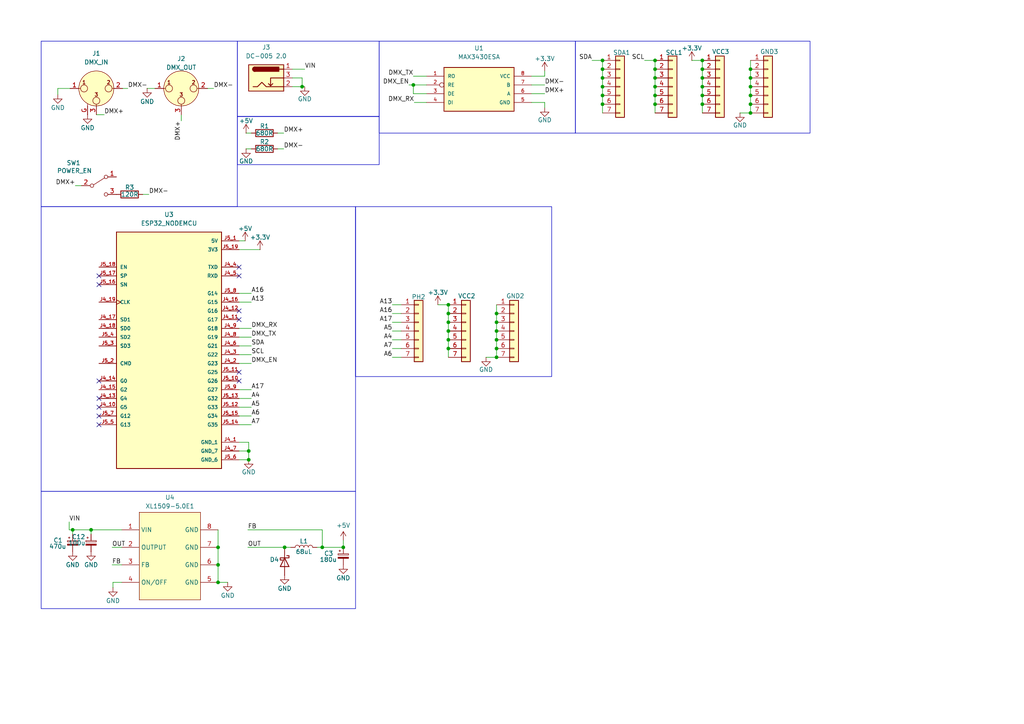
<source format=kicad_sch>
(kicad_sch (version 20250114) (generator "eeschema") (generator_version "9.0")
  (paper "A4")
  (lib_symbols
    (symbol "+5V_1" (power) (pin_numbers (hide yes)) (pin_names (offset 0) (hide yes))
      (property "Value" "+5V" (at 0 3.556 0))
      (symbol "+5V_1_0_1"
        (polyline (pts (xy -0.762 1.27) (xy 0 2.54)))
        (polyline (pts (xy 0 2.54) (xy 0.762 1.27)))
        (polyline (pts (xy 0 0) (xy 0 2.54)))
      )
      (symbol "+5V_1_1_1"
        (pin power_in line (at 0 0 90) (length 0) (name "~") (number "1"))
      )
    )
    (symbol "5V_BUCK:XL1509-5.0E1"
      (property "Reference" "U" (at 0 12.7 0))
      (property "Value" "XL1509-5.0E1" (at 0 -12.7 0))
      (symbol "XL1509-5.0E1_0_1"
        (rectangle (start -8.89 12.7) (end 8.89 -12.7) (fill (type background)))
        (pin unspecified line (at -13.97 7.62 0) (length 5.08) (name "VIN") (number "1"))
        (pin unspecified line (at -13.97 2.54 0) (length 5.08) (name "OUTPUT") (number "2"))
        (pin unspecified line (at -13.97 -2.54 0) (length 5.08) (name "FB") (number "3"))
        (pin unspecified line (at -13.97 -7.62 0) (length 5.08) (name "ON/OFF") (number "4"))
        (pin unspecified line (at 13.97 7.62 180) (length 5.08) (name "GND") (number "8"))
        (pin unspecified line (at 13.97 2.54 180) (length 5.08) (name "GND") (number "7"))
        (pin unspecified line (at 13.97 -2.54 180) (length 5.08) (name "GND") (number "6"))
        (pin unspecified line (at 13.97 -7.62 180) (length 5.08) (name "GND") (number "5"))
      )
    )
    (symbol "Connector:Barrel_Jack_Switch" (pin_names (hide yes))
      (property "Reference" "J" (at 0 5.334 0))
      (property "Value" "Barrel_Jack_Switch" (at 0 -5.08 0))
      (symbol "Barrel_Jack_Switch_0_1"
        (rectangle (start -5.08 3.81) (end 5.08 -3.81) (stroke (width 0.254)) (fill (type background)))
        (polyline (pts (xy -3.81 -2.54) (xy -2.54 -2.54) (xy -1.27 -1.27) (xy 0 -2.54) (xy 2.54 -2.54) (xy 5.08 -2.54)) (stroke (width 0.254)))
        (arc (start -3.302 1.905) (mid -3.9343 2.54) (end -3.302 3.175) (stroke (width 0.254)))
        (arc (start -3.302 1.905) (mid -3.9343 2.54) (end -3.302 3.175) (stroke (width 0.254)) (fill (type outline)))
        (polyline (pts (xy 1.27 -2.286) (xy 1.905 -1.651)) (stroke (width 0.254)))
        (rectangle (start 3.683 3.175) (end -3.302 1.905) (stroke (width 0.254)) (fill (type outline)))
        (polyline (pts (xy 5.08 2.54) (xy 3.81 2.54)) (stroke (width 0.254)))
        (polyline (pts (xy 5.08 0) (xy 1.27 0) (xy 1.27 -2.286) (xy 0.635 -1.651)) (stroke (width 0.254)))
      )
      (symbol "Barrel_Jack_Switch_1_1"
        (pin passive line (at 7.62 2.54 180) (length 2.54) (name "~") (number "1"))
        (pin passive line (at 7.62 0 180) (length 2.54) (name "~") (number "3"))
        (pin passive line (at 7.62 -2.54 180) (length 2.54) (name "~") (number "2"))
      )
    )
    (symbol "Connector_Audio:XLR3" (pin_names (hide yes))
      (property "Reference" "J" (at 0 8.89 0))
      (property "Value" "XLR3" (at 0 6.35 0))
      (symbol "XLR3_0_1"
        (polyline (pts (xy -5.08 0) (xy -4.572 0)))
        (circle (center -3.556 0) (radius 1.016))
        (circle (center 0 0) (radius 5.08) (fill (type background)))
        (circle (center 0 -3.556) (radius 1.016))
        (polyline (pts (xy 0 -5.08) (xy 0 -4.572)))
        (circle (center 3.556 0) (radius 1.016))
        (polyline (pts (xy 5.08 0) (xy 4.572 0)))
        (text "1" (at -3.556 1.778 0) (effects (font (size 1.016 1.016) (bold yes))))
        (text "3" (at 0 -1.778 0) (effects (font (size 1.016 1.016) (bold yes))))
        (text "2" (at 3.556 1.778 0) (effects (font (size 1.016 1.016) (bold yes))))
        (pin passive line (at -7.62 0 0) (length 2.54) (name "~") (number "1"))
        (pin passive line (at 0 -7.62 90) (length 2.54) (name "~") (number "3"))
        (pin passive line (at 7.62 0 180) (length 2.54) (name "~") (number "2"))
      )
    )
    (symbol "Connector_Audio:XLR3_Ground" (pin_names (hide yes))
      (property "Reference" "J" (at 0 8.89 0))
      (property "Value" "XLR3_Ground" (at 0 6.35 0))
      (symbol "XLR3_Ground_0_1"
        (polyline (pts (xy -5.08 0) (xy -4.572 0)))
        (circle (center -3.556 0) (radius 1.016))
        (polyline (pts (xy -2.54 -5.08) (xy -2.54 -4.445)))
        (circle (center 0 0) (radius 5.08) (fill (type background)))
        (circle (center 0 -3.556) (radius 1.016))
        (polyline (pts (xy 0 -5.08) (xy 0 -4.572)))
        (circle (center 3.556 0) (radius 1.016))
        (polyline (pts (xy 5.08 0) (xy 4.572 0)))
        (text "1" (at -3.556 1.778 0) (effects (font (size 1.016 1.016) (bold yes))))
        (text "3" (at 0 -1.778 0) (effects (font (size 1.016 1.016) (bold yes))))
        (text "2" (at 3.556 1.778 0) (effects (font (size 1.016 1.016) (bold yes))))
        (pin passive line (at -7.62 0 0) (length 2.54) (name "~") (number "1"))
        (pin passive line (at 0 -7.62 90) (length 2.54) (name "~") (number "3"))
        (pin passive line (at 7.62 0 180) (length 2.54) (name "~") (number "2"))
      )
      (symbol "XLR3_Ground_1_1"
        (pin passive line (at -2.54 -7.62 90) (length 2.54) (name "~") (number "G"))
      )
    )
    (symbol "Connector_Generic:Conn_01x07" (pin_names (offset 1.016) (hide yes))
      (property "Reference" "J" (at 0 10.16 0))
      (property "Value" "Conn_01x07" (at 0 -10.16 0))
      (symbol "Conn_01x07_1_1"
        (rectangle (start -1.27 8.89) (end 1.27 -8.89) (stroke (width 0.254)) (fill (type background)))
        (rectangle (start -1.27 7.747) (end 0 7.493) (stroke (width 0.1524)))
        (rectangle (start -1.27 5.207) (end 0 4.953) (stroke (width 0.1524)))
        (rectangle (start -1.27 2.667) (end 0 2.413) (stroke (width 0.1524)))
        (rectangle (start -1.27 0.127) (end 0 -0.127) (stroke (width 0.1524)))
        (rectangle (start -1.27 -2.413) (end 0 -2.667) (stroke (width 0.1524)))
        (rectangle (start -1.27 -4.953) (end 0 -5.207) (stroke (width 0.1524)))
        (rectangle (start -1.27 -7.493) (end 0 -7.747) (stroke (width 0.1524)))
        (pin passive line (at -5.08 7.62 0) (length 3.81) (name "Pin_1") (number "1"))
        (pin passive line (at -5.08 5.08 0) (length 3.81) (name "Pin_2") (number "2"))
        (pin passive line (at -5.08 2.54 0) (length 3.81) (name "Pin_3") (number "3"))
        (pin passive line (at -5.08 0 0) (length 3.81) (name "Pin_4") (number "4"))
        (pin passive line (at -5.08 -2.54 0) (length 3.81) (name "Pin_5") (number "5"))
        (pin passive line (at -5.08 -5.08 0) (length 3.81) (name "Pin_6") (number "6"))
        (pin passive line (at -5.08 -7.62 0) (length 3.81) (name "Pin_7") (number "7"))
      )
    )
    (symbol "Device:C_Polarized_Small" (pin_numbers (hide yes)) (pin_names (offset 0.254) (hide yes))
      (property "Reference" "C" (at 0.254 1.778 0))
      (property "Value" "C_Polarized_Small" (at 0.254 -2.032 0))
      (symbol "C_Polarized_Small_0_1"
        (rectangle (start -1.524 0.6858) (end 1.524 0.3048))
        (rectangle (start -1.524 -0.3048) (end 1.524 -0.6858) (fill (type outline)))
        (polyline (pts (xy -1.27 1.524) (xy -0.762 1.524)))
        (polyline (pts (xy -1.016 1.27) (xy -1.016 1.778)))
      )
      (symbol "C_Polarized_Small_1_1"
        (pin passive line (at 0 2.54 270) (length 1.8542) (name "~") (number "1"))
        (pin passive line (at 0 -2.54 90) (length 1.8542) (name "~") (number "2"))
      )
    )
    (symbol "Device:D_Schottky" (pin_numbers (hide yes)) (pin_names (offset 1.016) (hide yes))
      (property "Reference" "D" (at 0 2.54 0))
      (property "Value" "D_Schottky" (at 0 -2.54 0))
      (symbol "D_Schottky_0_1"
        (polyline (pts (xy -1.905 0.635) (xy -1.905 1.27) (xy -1.27 1.27) (xy -1.27 -1.27) (xy -0.635 -1.27) (xy -0.635 -0.635)) (stroke (width 0.254)))
        (polyline (pts (xy 1.27 1.27) (xy 1.27 -1.27) (xy -1.27 0) (xy 1.27 1.27)) (stroke (width 0.254)))
        (polyline (pts (xy 1.27 0) (xy -1.27 0)))
      )
      (symbol "D_Schottky_1_1"
        (pin passive line (at -3.81 0 0) (length 2.54) (name "K") (number "1"))
        (pin passive line (at 3.81 0 180) (length 2.54) (name "A") (number "2"))
      )
    )
    (symbol "Device:L" (pin_numbers (hide yes)) (pin_names (offset 1.016) (hide yes))
      (property "Reference" "L" (at -1.27 0 90))
      (property "Value" "L" (at 1.905 0 90))
      (symbol "L_0_1"
        (arc (start 0 2.54) (mid 0.6323 1.905) (end 0 1.27))
        (arc (start 0 1.27) (mid 0.6323 0.635) (end 0 0))
        (arc (start 0 0) (mid 0.6323 -0.635) (end 0 -1.27))
        (arc (start 0 -1.27) (mid 0.6323 -1.905) (end 0 -2.54))
      )
      (symbol "L_1_1"
        (pin passive line (at 0 3.81 270) (length 1.27) (name "1") (number "1"))
        (pin passive line (at 0 -3.81 90) (length 1.27) (name "2") (number "2"))
      )
    )
    (symbol "Device:R" (pin_numbers (hide yes)) (pin_names (offset 0))
      (property "Reference" "R" (at 2.032 0 90))
      (property "Value" "R" (at 0 0 90))
      (symbol "R_0_1"
        (rectangle (start -1.016 -2.54) (end 1.016 2.54) (stroke (width 0.254)))
      )
      (symbol "R_1_1"
        (pin passive line (at 0 3.81 270) (length 1.27) (name "~") (number "1"))
        (pin passive line (at 0 -3.81 90) (length 1.27) (name "~") (number "2"))
      )
    )
    (symbol "ESP32_NODEMCU:ESP32_NODEMCU" (pin_names (offset 1.016))
      (property "Reference" "U" (at -15.24 36.322 0))
      (property "Value" "ESP32_NODEMCU" (at -15.24 -35.56 0))
      (symbol "ESP32_NODEMCU_0_0"
        (rectangle (start -15.24 -33.02) (end 15.24 35.56) (stroke (width 0.254)) (fill (type background)))
        (pin input line (at -20.32 25.4 0) (length 5.08) (name "EN") (number "J5_18"))
        (pin input line (at -20.32 22.86 0) (length 5.08) (name "SP") (number "J5_17"))
        (pin input line (at -20.32 20.32 0) (length 5.08) (name "SN") (number "J5_16"))
        (pin input clock (at -20.32 15.24 0) (length 5.08) (name "CLK") (number "J4_19"))
        (pin bidirectional line (at -20.32 10.16 0) (length 5.08) (name "SD1") (number "J4_17"))
        (pin bidirectional line (at -20.32 7.62 0) (length 5.08) (name "SD0") (number "J4_18"))
        (pin bidirectional line (at -20.32 5.08 0) (length 5.08) (name "SD2") (number "J5_4"))
        (pin bidirectional line (at -20.32 2.54 0) (length 5.08) (name "SD3") (number "J5_3"))
        (pin bidirectional line (at -20.32 -2.54 0) (length 5.08) (name "CMD") (number "J5_2"))
        (pin bidirectional line (at -20.32 -7.62 0) (length 5.08) (name "G0") (number "J4_14"))
        (pin bidirectional line (at -20.32 -10.16 0) (length 5.08) (name "G2") (number "J4_15"))
        (pin bidirectional line (at -20.32 -12.7 0) (length 5.08) (name "G4") (number "J4_13"))
        (pin bidirectional line (at -20.32 -15.24 0) (length 5.08) (name "G5") (number "J4_10"))
        (pin bidirectional line (at -20.32 -17.78 0) (length 5.08) (name "G12") (number "J5_7"))
        (pin bidirectional line (at -20.32 -20.32 0) (length 5.08) (name "G13") (number "J5_5"))
        (pin power_in line (at 20.32 33.02 180) (length 5.08) (name "5V") (number "J5_1"))
        (pin power_in line (at 20.32 30.48 180) (length 5.08) (name "3V3") (number "J5_19"))
        (pin output line (at 20.32 25.4 180) (length 5.08) (name "TXD") (number "J4_4"))
        (pin input line (at 20.32 22.86 180) (length 5.08) (name "RXD") (number "J4_5"))
        (pin bidirectional line (at 20.32 17.78 180) (length 5.08) (name "G14") (number "J5_8"))
        (pin bidirectional line (at 20.32 15.24 180) (length 5.08) (name "G15") (number "J4_16"))
        (pin bidirectional line (at 20.32 12.7 180) (length 5.08) (name "G16") (number "J4_12"))
        (pin bidirectional line (at 20.32 10.16 180) (length 5.08) (name "G17") (number "J4_11"))
        (pin bidirectional line (at 20.32 7.62 180) (length 5.08) (name "G18") (number "J4_9"))
        (pin bidirectional line (at 20.32 5.08 180) (length 5.08) (name "G19") (number "J4_8"))
        (pin bidirectional line (at 20.32 2.54 180) (length 5.08) (name "G21") (number "J4_6"))
        (pin bidirectional line (at 20.32 0 180) (length 5.08) (name "G22") (number "J4_3"))
        (pin bidirectional line (at 20.32 -2.54 180) (length 5.08) (name "G23") (number "J4_2"))
        (pin bidirectional line (at 20.32 -5.08 180) (length 5.08) (name "G25") (number "J5_11"))
        (pin bidirectional line (at 20.32 -7.62 180) (length 5.08) (name "G26") (number "J5_10"))
        (pin bidirectional line (at 20.32 -10.16 180) (length 5.08) (name "G27") (number "J5_9"))
        (pin bidirectional line (at 20.32 -12.7 180) (length 5.08) (name "G32") (number "J5_13"))
        (pin bidirectional line (at 20.32 -15.24 180) (length 5.08) (name "G33") (number "J5_12"))
        (pin bidirectional line (at 20.32 -17.78 180) (length 5.08) (name "G34") (number "J5_15"))
        (pin bidirectional line (at 20.32 -20.32 180) (length 5.08) (name "G35") (number "J5_14"))
        (pin power_in line (at 20.32 -25.4 180) (length 5.08) (name "GND_1") (number "J4_1"))
        (pin power_in line (at 20.32 -27.94 180) (length 5.08) (name "GND_7") (number "J4_7"))
        (pin power_in line (at 20.32 -30.48 180) (length 5.08) (name "GND_6") (number "J5_6"))
      )
    )
    (symbol "GND_1" (power) (pin_numbers (hide yes)) (pin_names (offset 0) (hide yes))
      (property "Value" "GND" (at 0 -3.81 0))
      (symbol "GND_1_0_1"
        (polyline (pts (xy 0 0) (xy 0 -1.27) (xy 1.27 -1.27) (xy 0 -2.54) (xy -1.27 -1.27) (xy 0 -1.27)))
      )
      (symbol "GND_1_1_1"
        (pin power_in line (at 0 0 270) (length 0) (name "~") (number "1"))
      )
    )
    (symbol "MAX485:MAX485" (pin_names (offset 1.016))
      (property "Reference" "U" (at -10.1786 7.634 0))
      (property "Value" "MAX485" (at -10.1702 -7.6276 0))
      (symbol "MAX485_0_0"
        (rectangle (start -10.16 -5.08) (end 10.16 7.62) (stroke (width 0.254)) (fill (type background)))
        (pin bidirectional line (at -15.24 5.08 0) (length 5.08) (name "RO") (number "1"))
        (pin bidirectional inverted (at -15.24 2.54 0) (length 5.08) (name "RE") (number "2"))
        (pin bidirectional line (at -15.24 0 0) (length 5.08) (name "DE") (number "3"))
        (pin bidirectional line (at -15.24 -2.54 0) (length 5.08) (name "DI") (number "4"))
        (pin bidirectional line (at 15.24 5.08 180) (length 5.08) (name "VCC") (number "8"))
        (pin bidirectional line (at 15.24 2.54 180) (length 5.08) (name "B") (number "7"))
        (pin bidirectional line (at 15.24 0 180) (length 5.08) (name "A") (number "6"))
        (pin bidirectional line (at 15.24 -2.54 180) (length 5.08) (name "GND") (number "5"))
      )
    )
    (symbol "Switch:SW_SPDT" (pin_names (offset 0) (hide yes))
      (property "Reference" "SW" (at 0 4.318 0))
      (property "Value" "SW_SPDT" (at 0 -5.08 0))
      (symbol "SW_SPDT_0_0"
        (circle (center -2.032 0) (radius 0.508))
        (circle (center 2.032 -2.54) (radius 0.508))
      )
      (symbol "SW_SPDT_0_1"
        (polyline (pts (xy -1.524 0.254) (xy 1.651 2.286)))
        (circle (center 2.032 2.54) (radius 0.508))
      )
      (symbol "SW_SPDT_1_1"
        (pin passive line (at -5.08 0 0) (length 2.54) (name "B") (number "2"))
        (pin passive line (at 5.08 2.54 180) (length 2.54) (name "A") (number "1"))
        (pin passive line (at 5.08 -2.54 180) (length 2.54) (name "C") (number "3"))
      )
    )
    (symbol "power:+3.3V" (power) (pin_numbers (hide yes)) (pin_names (offset 0) (hide yes))
      (property "Value" "+3.3V" (at 0 3.556 0))
      (symbol "+3.3V_0_1"
        (polyline (pts (xy -0.762 1.27) (xy 0 2.54)))
        (polyline (pts (xy 0 2.54) (xy 0.762 1.27)))
        (polyline (pts (xy 0 0) (xy 0 2.54)))
      )
      (symbol "+3.3V_1_1"
        (pin power_in line (at 0 0 90) (length 0) (name "~") (number "1"))
      )
    )
    (symbol "power:+5V" (power) (pin_numbers (hide yes)) (pin_names (offset 0) (hide yes))
      (property "Value" "+5V" (at 0 3.556 0))
      (symbol "+5V_0_1"
        (polyline (pts (xy -0.762 1.27) (xy 0 2.54)))
        (polyline (pts (xy 0 2.54) (xy 0.762 1.27)))
        (polyline (pts (xy 0 0) (xy 0 2.54)))
      )
      (symbol "+5V_1_1"
        (pin power_in line (at 0 0 90) (length 0) (name "~") (number "1"))
      )
    )
    (symbol "power:GND" (power) (pin_numbers (hide yes)) (pin_names (offset 0) (hide yes))
      (property "Value" "GND" (at 0 -3.81 0))
      (symbol "GND_0_1"
        (polyline (pts (xy 0 0) (xy 0 -1.27) (xy 1.27 -1.27) (xy 0 -2.54) (xy -1.27 -1.27) (xy 0 -1.27)))
      )
      (symbol "GND_1_1"
        (pin power_in line (at 0 0 270) (length 0) (name "~") (number "1"))
      )
    )
  )
  (rectangle (start 166.878 11.938) (end 234.95 38.608))
  (rectangle (start 11.938 11.938) (end 68.834 59.944))
  (rectangle (start 68.834 33.782) (end 109.982 47.752))
  (rectangle (start 109.982 11.938) (end 166.878 38.608))
  (rectangle (start 68.834 11.938) (end 109.982 33.782))
  (rectangle (start 11.938 59.944) (end 103.124 142.494))
  (rectangle (start 103.124 59.944) (end 160.02 109.22))
  (rectangle (start 11.938 142.494) (end 103.124 176.53))
  (junction (at 63.246 168.91))
  (junction (at 99.568 158.75))
  (junction (at 174.752 20.066))
  (junction (at 130.048 101.092))
  (junction (at 130.048 90.932))
  (junction (at 130.048 93.472))
  (junction (at 217.678 32.766))
  (junction (at 203.708 30.226))
  (junction (at 63.246 158.75))
  (junction (at 217.678 27.686))
  (junction (at 217.678 22.606))
  (junction (at 144.018 103.632))
  (junction (at 189.992 22.606))
  (junction (at 203.708 25.146))
  (junction (at 72.136 130.81))
  (junction (at 174.752 25.146))
  (junction (at 130.048 98.552))
  (junction (at 21.082 153.67))
  (junction (at 130.048 96.012))
  (junction (at 189.992 30.226))
  (junction (at 203.708 22.606))
  (junction (at 174.752 30.226))
  (junction (at 174.752 22.606))
  (junction (at 189.992 25.146))
  (junction (at 87.63 25.146))
  (junction (at 144.018 96.012))
  (junction (at 217.678 25.146))
  (junction (at 93.472 158.75))
  (junction (at 189.992 17.526))
  (junction (at 217.678 20.066))
  (junction (at 203.708 20.066))
  (junction (at 189.992 20.066))
  (junction (at 217.678 30.226))
  (junction (at 203.708 27.686))
  (junction (at 144.018 98.552))
  (junction (at 63.246 163.83))
  (junction (at 144.018 93.472))
  (junction (at 82.55 158.75))
  (junction (at 203.708 17.526))
  (junction (at 119.888 24.638))
  (junction (at 174.752 27.686))
  (junction (at 189.992 27.686))
  (junction (at 174.752 17.526))
  (junction (at 26.416 153.67))
  (junction (at 130.048 88.392))
  (junction (at 72.136 133.35))
  (junction (at 144.018 90.932))
  (junction (at 144.018 101.092))
  (no_connect (at 28.702 123.19))
  (no_connect (at 28.702 80.01))
  (no_connect (at 28.702 82.55))
  (no_connect (at 69.342 80.01))
  (no_connect (at 28.702 110.49))
  (no_connect (at 69.342 107.95))
  (no_connect (at 69.342 92.71))
  (no_connect (at 28.702 115.57))
  (no_connect (at 69.342 90.17))
  (no_connect (at 28.702 118.11))
  (no_connect (at 69.342 77.47))
  (no_connect (at 28.702 120.65))
  (no_connect (at 69.342 110.49))
  (wire (pts (xy 144.018 90.932) (xy 144.018 93.472)))
  (wire (pts (xy 80.518 43.18) (xy 82.296 43.18)))
  (wire (pts (xy 91.948 158.75) (xy 93.472 158.75)))
  (wire (pts (xy 116.332 93.472) (xy 113.792 93.472)))
  (wire (pts (xy 203.708 17.526) (xy 203.708 20.066)))
  (wire (pts (xy 69.342 87.63) (xy 72.898 87.63)))
  (wire (pts (xy 42.672 25.654) (xy 44.958 25.654)))
  (wire (pts (xy 144.018 101.092) (xy 144.018 103.632)))
  (wire (pts (xy 32.512 163.83) (xy 35.306 163.83)))
  (wire (pts (xy 154.178 24.638) (xy 157.988 24.638)))
  (wire (pts (xy 80.518 38.608) (xy 82.296 38.608)))
  (wire (pts (xy 71.882 158.75) (xy 82.55 158.75)))
  (wire (pts (xy 154.178 22.098) (xy 157.988 22.098)))
  (wire (pts (xy 69.342 123.19) (xy 72.898 123.19)))
  (wire (pts (xy 69.342 113.03) (xy 72.898 113.03)))
  (wire (pts (xy 21.082 153.67) (xy 26.416 153.67)))
  (wire (pts (xy 113.792 98.552) (xy 116.332 98.552)))
  (wire (pts (xy 72.136 128.27) (xy 72.136 130.81)))
  (wire (pts (xy 63.246 168.91) (xy 66.04 168.91)))
  (wire (pts (xy 154.178 29.718) (xy 157.988 29.718)))
  (wire (pts (xy 21.082 153.67) (xy 21.082 154.94)))
  (wire (pts (xy 144.018 93.472) (xy 144.018 96.012)))
  (wire (pts (xy 119.888 27.178) (xy 123.698 27.178)))
  (wire (pts (xy 144.018 96.012) (xy 144.018 98.552)))
  (wire (pts (xy 20.066 151.384) (xy 20.066 153.67)))
  (wire (pts (xy 130.048 98.552) (xy 130.048 101.092)))
  (wire (pts (xy 71.374 43.18) (xy 72.898 43.18)))
  (wire (pts (xy 63.246 158.75) (xy 63.246 163.83)))
  (wire (pts (xy 72.136 130.81) (xy 69.342 130.81)))
  (wire (pts (xy 203.708 22.606) (xy 203.708 25.146)))
  (wire (pts (xy 72.898 105.41) (xy 69.342 105.41)))
  (wire (pts (xy 26.416 153.67) (xy 35.306 153.67)))
  (wire (pts (xy 140.97 103.632) (xy 144.018 103.632)))
  (wire (pts (xy 23.622 53.848) (xy 21.844 53.848)))
  (wire (pts (xy 217.678 17.526) (xy 217.678 20.066)))
  (wire (pts (xy 69.342 115.57) (xy 72.898 115.57)))
  (wire (pts (xy 26.416 153.67) (xy 26.416 154.94)))
  (wire (pts (xy 119.888 24.638) (xy 123.698 24.638)))
  (wire (pts (xy 71.374 38.608) (xy 72.898 38.608)))
  (wire (pts (xy 116.332 88.392) (xy 113.792 88.392)))
  (wire (pts (xy 119.888 24.638) (xy 119.888 27.178)))
  (wire (pts (xy 217.678 27.686) (xy 217.678 30.226)))
  (wire (pts (xy 120.142 29.718) (xy 123.698 29.718)))
  (wire (pts (xy 69.342 72.39) (xy 75.438 72.39)))
  (wire (pts (xy 41.402 56.388) (xy 43.18 56.388)))
  (wire (pts (xy 217.678 20.066) (xy 217.678 22.606)))
  (wire (pts (xy 130.048 101.092) (xy 130.048 103.632)))
  (wire (pts (xy 130.048 93.472) (xy 130.048 96.012)))
  (wire (pts (xy 116.332 90.932) (xy 113.792 90.932)))
  (wire (pts (xy 32.512 158.75) (xy 35.306 158.75)))
  (wire (pts (xy 82.55 159.258) (xy 82.55 158.75)))
  (wire (pts (xy 189.992 17.526) (xy 189.992 20.066)))
  (wire (pts (xy 71.882 153.67) (xy 93.472 153.67)))
  (wire (pts (xy 189.992 30.226) (xy 189.992 32.766)))
  (wire (pts (xy 69.342 120.65) (xy 72.898 120.65)))
  (wire (pts (xy 116.332 96.012) (xy 113.792 96.012)))
  (wire (pts (xy 37.084 25.654) (xy 35.56 25.654)))
  (wire (pts (xy 82.55 158.75) (xy 84.328 158.75)))
  (wire (pts (xy 157.988 20.574) (xy 157.988 22.098)))
  (wire (pts (xy 20.066 153.67) (xy 21.082 153.67)))
  (wire (pts (xy 203.708 30.226) (xy 203.708 32.766)))
  (wire (pts (xy 144.018 88.392) (xy 144.018 90.932)))
  (wire (pts (xy 174.752 27.686) (xy 174.752 30.226)))
  (wire (pts (xy 157.988 31.242) (xy 157.988 29.718)))
  (wire (pts (xy 69.342 118.11) (xy 72.898 118.11)))
  (wire (pts (xy 93.472 153.67) (xy 93.472 158.75)))
  (wire (pts (xy 118.618 24.638) (xy 119.888 24.638)))
  (wire (pts (xy 69.342 100.33) (xy 72.898 100.33)))
  (wire (pts (xy 32.766 168.91) (xy 35.306 168.91)))
  (wire (pts (xy 87.63 22.606) (xy 87.63 25.146)))
  (wire (pts (xy 130.048 96.012) (xy 130.048 98.552)))
  (wire (pts (xy 32.766 170.434) (xy 32.766 168.91)))
  (wire (pts (xy 63.246 153.67) (xy 63.246 158.75)))
  (wire (pts (xy 123.698 22.098) (xy 119.888 22.098)))
  (wire (pts (xy 217.678 25.146) (xy 217.678 27.686)))
  (wire (pts (xy 203.708 25.146) (xy 203.708 27.686)))
  (wire (pts (xy 84.836 22.606) (xy 87.63 22.606)))
  (wire (pts (xy 186.944 17.526) (xy 189.992 17.526)))
  (wire (pts (xy 130.048 90.932) (xy 130.048 93.472)))
  (wire (pts (xy 214.63 32.766) (xy 217.678 32.766)))
  (wire (pts (xy 203.708 20.066) (xy 203.708 22.606)))
  (wire (pts (xy 189.992 22.606) (xy 189.992 25.146)))
  (wire (pts (xy 116.332 103.632) (xy 113.792 103.632)))
  (wire (pts (xy 217.678 22.606) (xy 217.678 25.146)))
  (wire (pts (xy 217.678 30.226) (xy 217.678 32.766)))
  (wire (pts (xy 189.992 25.146) (xy 189.992 27.686)))
  (wire (pts (xy 154.178 27.178) (xy 157.988 27.178)))
  (wire (pts (xy 171.704 17.526) (xy 174.752 17.526)))
  (wire (pts (xy 16.764 25.654) (xy 16.764 27.432)))
  (wire (pts (xy 69.342 133.35) (xy 72.136 133.35)))
  (wire (pts (xy 127 88.392) (xy 130.048 88.392)))
  (wire (pts (xy 63.246 163.83) (xy 63.246 168.91)))
  (wire (pts (xy 69.342 95.25) (xy 72.898 95.25)))
  (wire (pts (xy 72.136 130.81) (xy 72.136 133.35)))
  (wire (pts (xy 88.392 25.146) (xy 87.63 25.146)))
  (wire (pts (xy 69.342 69.85) (xy 71.12 69.85)))
  (wire (pts (xy 174.752 30.226) (xy 174.752 32.766)))
  (wire (pts (xy 174.752 25.146) (xy 174.752 27.686)))
  (wire (pts (xy 189.992 27.686) (xy 189.992 30.226)))
  (wire (pts (xy 99.568 156.718) (xy 99.568 158.75)))
  (wire (pts (xy 144.018 98.552) (xy 144.018 101.092)))
  (wire (pts (xy 52.578 33.274) (xy 52.578 35.052)))
  (wire (pts (xy 27.94 33.274) (xy 30.226 33.274)))
  (wire (pts (xy 203.708 27.686) (xy 203.708 30.226)))
  (wire (pts (xy 88.392 20.066) (xy 84.836 20.066)))
  (wire (pts (xy 69.342 85.09) (xy 72.898 85.09)))
  (wire (pts (xy 174.752 17.526) (xy 174.752 20.066)))
  (wire (pts (xy 130.048 88.392) (xy 130.048 90.932)))
  (wire (pts (xy 174.752 22.606) (xy 174.752 25.146)))
  (wire (pts (xy 87.63 25.146) (xy 84.836 25.146)))
  (wire (pts (xy 189.992 20.066) (xy 189.992 22.606)))
  (wire (pts (xy 93.472 158.75) (xy 99.568 158.75)))
  (wire (pts (xy 200.66 17.526) (xy 203.708 17.526)))
  (wire (pts (xy 60.198 25.654) (xy 61.976 25.654)))
  (wire (pts (xy 69.342 97.79) (xy 72.898 97.79)))
  (wire (pts (xy 116.332 101.092) (xy 113.792 101.092)))
  (wire (pts (xy 69.342 102.87) (xy 72.898 102.87)))
  (wire (pts (xy 174.752 20.066) (xy 174.752 22.606)))
  (wire (pts (xy 16.764 25.654) (xy 20.32 25.654)))
  (wire (pts (xy 69.342 128.27) (xy 72.136 128.27)))
  (label "DMX-" (at 61.976 25.654 0))
  (label "SDA" (at 72.898 100.33 0))
  (label "A4" (at 72.898 115.57 0))
  (label "SCL" (at 72.898 102.87 0))
  (label "DMX-" (at 37.084 25.654 0))
  (label "A5" (at 113.792 96.012 180))
  (label "DMX_EN" (at 72.898 105.41 0))
  (label "A5" (at 72.898 118.11 0))
  (label "A13" (at 72.898 87.63 0))
  (label "A7" (at 72.898 123.19 0))
  (label "DMX_TX" (at 119.888 22.098 180))
  (label "DMX_EN" (at 118.618 24.638 180))
  (label "DMX-" (at 157.988 24.638 0))
  (label "DMX_RX" (at 120.142 29.718 180))
  (label "OUT" (at 32.512 158.75 0))
  (label "SDA" (at 171.704 17.526 180))
  (label "DMX+" (at 82.296 38.608 0))
  (label "A6" (at 113.792 103.632 180))
  (label "DMX-" (at 82.296 43.18 0))
  (label "DMX+" (at 157.988 27.178 0))
  (label "DMX_TX" (at 72.898 97.79 0))
  (label "A13" (at 113.792 88.392 180))
  (label "FB" (at 71.882 153.67 0))
  (label "A16" (at 113.792 90.932 180))
  (label "OUT" (at 71.882 158.75 0))
  (label "A16" (at 72.898 85.09 0))
  (label "VIN" (at 20.066 151.384 0))
  (label "DMX-" (at 43.18 56.388 0))
  (label "DMX+" (at 52.578 35.052 270))
  (label "DMX+" (at 21.844 53.848 180))
  (label "A17" (at 113.792 93.472 180))
  (label "SCL" (at 186.944 17.526 180))
  (label "A4" (at 113.792 98.552 180))
  (label "FB" (at 32.512 163.83 0))
  (label "VIN" (at 88.392 20.066 0))
  (label "DMX_RX" (at 72.898 95.25 0))
  (label "DMX+" (at 30.226 33.274 0))
  (label "A7" (at 113.792 101.092 180))
  (label "A17" (at 72.898 113.03 0))
  (label "A6" (at 72.898 120.65 0))
  (symbol (lib_id "Connector_Audio:XLR3") (at 52.578 25.654 0) (unit 1)
    (property "Reference" "J2" (at 52.578 17.018 0))
    (property "Value" "DMX_OUT" (at 52.578 19.558 0))
    (property "Footprint" "Connector_Audio:Jack_XLR_Neutrik_NC3FAAH-0_Horizontal" (effects (hide yes)))
    (property "Description" "XLR Connector, Male or Female, 3 Pins" (effects (hide yes)))
    (property "MPN" "C309326" (effects (hide yes)))
  )
  (symbol (lib_id "power:+3.3V") (at 127 88.392 0) (unit 1)
    (property "Reference" "#PWR06" (effects (hide yes)))
    (property "Value" "+3.3V" (at 127 84.836 0))
    (property "Description" "Power symbol creates a global label with name \"+3.3V\"" (effects (hide yes)))
  )
  (symbol (lib_id "Device:C_Polarized_Small") (at 99.568 161.29 0) (unit 1)
    (property "Reference" "C3" (at 93.98 160.528 0) (effects (justify left)))
    (property "Value" "180u" (at 92.71 162.306 0) (effects (justify left)))
    (property "Footprint" "Capacitor_SMD:CP_Elec_6.3x7.7" (effects (hide yes)))
    (property "MPN" "C49233128" (effects (hide yes)))
  )
  (symbol (lib_id "power:+5V") (at 71.12 69.85 0) (unit 1)
    (property "Reference" "#PWR018" (effects (hide yes)))
    (property "Value" "+5V" (at 71.12 66.294 0))
    (property "Description" "Power symbol creates a global label with name \"+5V\"" (effects (hide yes)))
  )
  (symbol (lib_id "5V_BUCK:XL1509-5.0E1") (at 49.276 161.29 0) (unit 1)
    (property "Reference" "U4" (at 49.276 144.272 0))
    (property "Value" "XL1509-5.0E1" (at 49.276 146.812 0))
    (property "Footprint" "DMX-Controller:5V_BUCK" (effects (hide yes)))
    (property "Datasheet" "https://lcsc.com/product-detail/DC-DC-Converters_XL1509-5-0E1_C61063.html" (effects (hide yes)))
    (property "MPN" "C61063" (effects (hide yes)))
  )
  (symbol (lib_id "Connector_Generic:Conn_01x07") (at 135.128 96.012 0) (unit 1)
    (property "Reference" "VCC2" (at 132.842 85.852 0) (effects (justify left)))
    (property "Value" "Conn_01x07" (effects (hide yes)))
    (property "Footprint" "Connector_PinHeader_2.54mm:PinHeader_1x07_P2.54mm_Vertical" (effects (hide yes)))
    (property "Description" "Generic connector, single row, 01x07, script generated (kicad-library-utils/schlib/autogen/connector/)" (effects (hide yes)))
    (property "MPN" "C6332200" (effects (hide yes)))
  )
  (symbol (lib_name "GND_1") (lib_id "power:GND") (at 21.082 160.02 0) (unit 1)
    (property "Reference" "#PWR078" (effects (hide yes)))
    (property "Value" "GND" (at 21.082 163.83 0))
    (property "Description" "Power symbol creates a global label with name \"GND\" , ground" (effects (hide yes)))
  )
  (symbol (lib_name "GND_1") (lib_id "power:GND") (at 32.766 170.434 0) (unit 1)
    (property "Reference" "#PWR077" (effects (hide yes)))
    (property "Value" "GND" (at 32.766 174.244 0))
    (property "Description" "Power symbol creates a global label with name \"GND\" , ground" (effects (hide yes)))
  )
  (symbol (lib_id "Connector:Barrel_Jack_Switch") (at 77.216 22.606 0) (unit 1)
    (property "Reference" "J3" (at 77.216 13.716 0))
    (property "Value" "DC-005 2.0" (at 77.216 16.256 0))
    (property "Footprint" "Connector_BarrelJack:BarrelJack_Horizontal" (effects (hide yes)))
    (property "Description" "DC Barrel Jack with an internal switch" (effects (hide yes)))
    (property "MPN" "C16214" (effects (hide yes)))
  )
  (symbol (lib_name "GND_1") (lib_id "power:GND") (at 26.416 160.02 0) (unit 1)
    (property "Reference" "#PWR034" (effects (hide yes)))
    (property "Value" "GND" (at 26.416 163.83 0))
    (property "Description" "Power symbol creates a global label with name \"GND\" , ground" (effects (hide yes)))
  )
  (symbol (lib_id "Device:R") (at 37.592 56.388 270) (unit 1)
    (property "Reference" "R3" (at 37.592 54.356 90))
    (property "Value" "120R" (at 37.592 56.388 90))
    (property "Footprint" "Resistor_SMD:R_0805_2012Metric" (effects (hide yes)))
    (property "Description" "Resistor" (effects (hide yes)))
    (property "MPN" "C17437" (effects (hide yes)))
  )
  (symbol (lib_id "power:+3.3V") (at 157.988 20.574 0) (unit 1)
    (property "Reference" "#PWR02" (effects (hide yes)))
    (property "Value" "+3.3V" (at 157.988 17.018 0))
    (property "Description" "Power symbol creates a global label with name \"+3.3V\"" (effects (hide yes)))
  )
  (symbol (lib_id "Connector_Generic:Conn_01x07") (at 208.788 25.146 0) (unit 1)
    (property "Reference" "VCC3" (at 206.502 14.986 0) (effects (justify left)))
    (property "Value" "Conn_01x07" (effects (hide yes)))
    (property "Footprint" "Connector_PinHeader_2.54mm:PinHeader_1x07_P2.54mm_Vertical" (effects (hide yes)))
    (property "Description" "Generic connector, single row, 01x07, script generated (kicad-library-utils/schlib/autogen/connector/)" (effects (hide yes)))
    (property "MPN" "C6332200" (effects (hide yes)))
  )
  (symbol (lib_id "ESP32_NODEMCU:ESP32_NODEMCU") (at 49.022 102.87 0) (unit 1)
    (property "Reference" "U3" (at 49.022 62.23 0))
    (property "Value" "ESP32_NODEMCU" (at 49.022 64.77 0))
    (property "Footprint" "DMX-Controller:MODULE_ESP32_NODEMCU" (effects (hide yes)))
    (property "MF" "AZ Delivery" (effects (hide yes)))
    (property "MAXIMUM_PACKAGE_HEIGHT" "6.6 mm" (effects (hide yes)))
    (property "Package" "Package" (effects (hide yes)))
    (property "Price" "None" (effects (hide yes)))
    (property "Check_prices" "https://www.snapeda.com/parts/ESP32%20NODEMCU/AZ+Displays/view-part/?ref=eda" (effects (hide yes)))
    (property "STANDARD" "Manufacturer Recommendations" (effects (hide yes)))
    (property "SnapEDA_Link" "https://www.snapeda.com/parts/ESP32%20NODEMCU/AZ+Displays/view-part/?ref=snap" (effects (hide yes)))
    (property "MP" "ESP32 NODEMCU" (effects (hide yes)))
    (property "Description_1" "NodeMCU is an open source loT platform. ESP32 is a series of low cost, low power\nsystem-on-chip (SoC) microcontrollers with integrated Wi-Fi and dual-mode Bluetooth." (effects (hide yes)))
    (property "Availability" "Not in stock" (effects (hide yes)))
    (property "MANUFACTURER" "AZ Delivery" (effects (hide yes)))
  )
  (symbol (lib_name "GND_1") (lib_id "power:GND") (at 66.04 168.91 0) (unit 1)
    (property "Reference" "#PWR0102" (effects (hide yes)))
    (property "Value" "GND" (at 66.04 172.72 0))
    (property "Description" "Power symbol creates a global label with name \"GND\" , ground" (effects (hide yes)))
  )
  (symbol (lib_id "power:GND") (at 214.63 32.766 0) (unit 1)
    (property "Reference" "#PWR017" (effects (hide yes)))
    (property "Value" "GND" (at 214.63 36.322 0))
    (property "Description" "Power symbol creates a global label with name \"GND\" , ground" (effects (hide yes)))
  )
  (symbol (lib_id "power:GND") (at 157.988 31.242 0) (unit 1)
    (property "Reference" "#PWR03" (effects (hide yes)))
    (property "Value" "GND" (at 157.988 34.798 0))
    (property "Description" "Power symbol creates a global label with name \"GND\" , ground" (effects (hide yes)))
  )
  (symbol (lib_id "power:+3.3V") (at 75.438 72.39 0) (unit 1)
    (property "Reference" "#PWR019" (effects (hide yes)))
    (property "Value" "+3.3V" (at 75.438 68.834 0))
    (property "Description" "Power symbol creates a global label with name \"+3.3V\"" (effects (hide yes)))
  )
  (symbol (lib_id "MAX485:MAX485") (at 138.938 27.178 0) (unit 1)
    (property "Reference" "U1" (at 138.938 13.97 0))
    (property "Value" "MAX3430ESA" (at 138.938 16.51 0))
    (property "Footprint" "DMX-Controller:SO08" (effects (hide yes)))
    (property "MF" "Analog Devices" (effects (hide yes)))
    (property "Description_1" "1/1 Transceiver Half RS422, RS485 8-uMAX-EP|8-uSOP-EP" (effects (hide yes)))
    (property "Package" "None" (effects (hide yes)))
    (property "Price" "None" (effects (hide yes)))
    (property "SnapEDA_Link" "https://www.snapeda.com/parts/MAX485/Analog+Devices/view-part/?ref=snap" (effects (hide yes)))
    (property "MP" "MAX3430ESA" (effects (hide yes)))
    (property "Availability" "Not in stock" (effects (hide yes)))
    (property "Check_prices" "https://www.snapeda.com/parts/MAX485/Analog+Devices/view-part/?ref=eda" (effects (hide yes)))
    (property "MPN" "C668206" (effects (hide yes)))
  )
  (symbol (lib_id "power:+5V") (at 71.374 38.608 0) (unit 1)
    (property "Reference" "#PWR08" (effects (hide yes)))
    (property "Value" "+5V" (at 71.374 35.052 0))
    (property "Description" "Power symbol creates a global label with name \"+5V\"" (effects (hide yes)))
  )
  (symbol (lib_id "power:GND") (at 72.136 133.35 0) (unit 1)
    (property "Reference" "#PWR04" (effects (hide yes)))
    (property "Value" "GND" (at 72.136 136.906 0))
    (property "Description" "Power symbol creates a global label with name \"GND\" , ground" (effects (hide yes)))
  )
  (symbol (lib_id "power:GND") (at 25.4 33.274 0) (unit 1)
    (property "Reference" "#PWR09" (effects (hide yes)))
    (property "Value" "GND" (at 25.4 37.084 0))
    (property "Description" "Power symbol creates a global label with name \"GND\" , ground" (effects (hide yes)))
  )
  (symbol (lib_name "GND_1") (lib_id "power:GND") (at 82.55 166.878 0) (unit 1)
    (property "Reference" "#PWR088" (effects (hide yes)))
    (property "Value" "GND" (at 82.55 170.688 0))
    (property "Description" "Power symbol creates a global label with name \"GND\" , ground" (effects (hide yes)))
  )
  (symbol (lib_id "Device:R") (at 76.708 43.18 270) (unit 1)
    (property "Reference" "R2" (at 76.708 41.148 90))
    (property "Value" "680R" (at 76.708 43.18 90))
    (property "Footprint" "Resistor_SMD:R_0805_2012Metric" (effects (hide yes)))
    (property "Description" "Resistor" (effects (hide yes)))
    (property "MPN" "C17437" (effects (hide yes)))
  )
  (symbol (lib_id "Device:L") (at 88.138 158.75 90) (unit 1)
    (property "Reference" "L1" (at 88.138 156.972 90))
    (property "Value" "68uL" (at 88.138 160.02 90))
    (property "Footprint" "Inductor_SMD:L_0805_2012Metric" (effects (hide yes)))
    (property "Description" "Inductor" (effects (hide yes)))
  )
  (symbol (lib_id "power:GND") (at 140.97 103.632 0) (unit 1)
    (property "Reference" "#PWR013" (effects (hide yes)))
    (property "Value" "GND" (at 140.97 107.188 0))
    (property "Description" "Power symbol creates a global label with name \"GND\" , ground" (effects (hide yes)))
  )
  (symbol (lib_id "power:GND") (at 16.764 27.432 0) (unit 1)
    (property "Reference" "#PWR01" (effects (hide yes)))
    (property "Value" "GND" (at 16.764 31.242 0))
    (property "Description" "Power symbol creates a global label with name \"GND\" , ground" (effects (hide yes)))
  )
  (symbol (lib_name "GND_1") (lib_id "power:GND") (at 99.568 163.83 0) (unit 1)
    (property "Reference" "#PWR093" (effects (hide yes)))
    (property "Value" "GND" (at 99.568 167.64 0))
    (property "Description" "Power symbol creates a global label with name \"GND\" , ground" (effects (hide yes)))
  )
  (symbol (lib_id "Switch:SW_SPDT") (at 28.702 53.848 0) (unit 1)
    (property "Reference" "SW1" (at 21.336 47.244 0))
    (property "Value" "POWER_EN" (at 21.59 49.53 0))
    (property "Footprint" "DMX-Controller:SW-TH_MSS22D18GX" (effects (hide yes)))
    (property "MPN" "C431542" (effects (hide yes)))
  )
  (symbol (lib_id "Connector_Generic:Conn_01x07") (at 121.412 96.012 0) (unit 1)
    (property "Reference" "PH2" (at 119.38 86.106 0) (effects (justify left)))
    (property "Value" "Conn_01x07" (effects (hide yes)))
    (property "Footprint" "Connector_PinHeader_2.54mm:PinHeader_1x07_P2.54mm_Vertical" (effects (hide yes)))
    (property "Description" "Generic connector, single row, 01x07, script generated (kicad-library-utils/schlib/autogen/connector/)" (effects (hide yes)))
    (property "MPN" "C6332200" (effects (hide yes)))
  )
  (symbol (lib_id "power:GND") (at 88.392 25.146 0) (unit 1)
    (property "Reference" "#PWR016" (effects (hide yes)))
    (property "Value" "GND" (at 88.392 28.702 0))
    (property "Description" "Power symbol creates a global label with name \"GND\" , ground" (effects (hide yes)))
  )
  (symbol (lib_id "Device:D_Schottky") (at 82.55 163.068 270) (unit 1)
    (property "Reference" "D4" (at 78.232 162.306 90) (effects (justify left)))
    (property "Value" "D_Schottky" (effects (hide yes)))
    (property "Footprint" "Diode_SMD:D_SMA" (effects (hide yes)))
    (property "Description" "Schottky diode" (effects (hide yes)))
    (property "MPN" " C22452" (effects (hide yes)))
  )
  (symbol (lib_id "Connector_Generic:Conn_01x07") (at 179.832 25.146 0) (unit 1)
    (property "Reference" "SDA1" (at 177.8 15.24 0) (effects (justify left)))
    (property "Value" "Conn_01x07" (effects (hide yes)))
    (property "Footprint" "Connector_PinHeader_2.54mm:PinHeader_1x07_P2.54mm_Vertical" (effects (hide yes)))
    (property "Description" "Generic connector, single row, 01x07, script generated (kicad-library-utils/schlib/autogen/connector/)" (effects (hide yes)))
    (property "MPN" "C6332200" (effects (hide yes)))
  )
  (symbol (lib_id "power:GND") (at 42.672 25.654 0) (unit 1)
    (property "Reference" "#PWR010" (effects (hide yes)))
    (property "Value" "GND" (at 42.672 29.464 0))
    (property "Description" "Power symbol creates a global label with name \"GND\" , ground" (effects (hide yes)))
  )
  (symbol (lib_id "Device:C_Polarized_Small") (at 26.416 157.48 0) (unit 1)
    (property "Reference" "C12" (at 20.828 155.702 0) (effects (justify left)))
    (property "Value" "100u" (at 19.812 157.48 0) (effects (justify left)))
    (property "Footprint" "Capacitor_SMD:CP_Elec_6.3x7.7" (effects (hide yes)))
    (property "MPN" "C4747963" (effects (hide yes)))
  )
  (symbol (lib_id "Device:C_Polarized_Small") (at 21.082 157.48 0) (unit 1)
    (property "Reference" "C1" (at 15.494 156.718 0) (effects (justify left)))
    (property "Value" "470u" (at 14.224 158.496 0) (effects (justify left)))
    (property "Footprint" "Capacitor_SMD:CP_Elec_6.3x7.7" (effects (hide yes)))
    (property "MPN" "C2836436" (effects (hide yes)))
  )
  (symbol (lib_id "power:+3.3V") (at 200.66 17.526 0) (unit 1)
    (property "Reference" "#PWR05" (effects (hide yes)))
    (property "Value" "+3.3V" (at 200.66 13.97 0))
    (property "Description" "Power symbol creates a global label with name \"+3.3V\"" (effects (hide yes)))
  )
  (symbol (lib_id "Connector_Generic:Conn_01x07") (at 222.758 25.146 0) (unit 1)
    (property "Reference" "GND3" (at 220.472 14.986 0) (effects (justify left)))
    (property "Value" "Conn_01x07" (effects (hide yes)))
    (property "Footprint" "Connector_PinHeader_2.54mm:PinHeader_1x07_P2.54mm_Vertical" (effects (hide yes)))
    (property "Description" "Generic connector, single row, 01x07, script generated (kicad-library-utils/schlib/autogen/connector/)" (effects (hide yes)))
    (property "MPN" "C6332200" (effects (hide yes)))
  )
  (symbol (lib_id "Connector_Generic:Conn_01x07") (at 149.098 96.012 0) (unit 1)
    (property "Reference" "GND2" (at 146.812 85.852 0) (effects (justify left)))
    (property "Value" "Conn_01x07" (effects (hide yes)))
    (property "Footprint" "Connector_PinHeader_2.54mm:PinHeader_1x07_P2.54mm_Vertical" (effects (hide yes)))
    (property "Description" "Generic connector, single row, 01x07, script generated (kicad-library-utils/schlib/autogen/connector/)" (effects (hide yes)))
    (property "MPN" "C6332200" (effects (hide yes)))
  )
  (symbol (lib_id "Device:R") (at 76.708 38.608 270) (unit 1)
    (property "Reference" "R1" (at 76.708 36.576 90))
    (property "Value" "680R" (at 76.708 38.608 90))
    (property "Footprint" "Resistor_SMD:R_0805_2012Metric" (effects (hide yes)))
    (property "Description" "Resistor" (effects (hide yes)))
    (property "MPN" "C17437" (effects (hide yes)))
  )
  (symbol (lib_name "+5V_1") (lib_id "power:+5V") (at 99.568 156.718 0) (unit 1)
    (property "Reference" "#PWR092" (effects (hide yes)))
    (property "Value" "+5V" (at 99.568 152.4 0))
    (property "Description" "Power symbol creates a global label with name \"+5V\"" (effects (hide yes)))
  )
  (symbol (lib_id "Connector_Audio:XLR3_Ground") (at 27.94 25.654 0) (unit 1)
    (property "Reference" "J1" (at 27.94 15.494 0))
    (property "Value" "DMX_IN" (at 27.94 18.034 0))
    (property "Footprint" "Connector_Audio:Jack_XLR_Neutrik_NC3MAAH_Horizontal" (effects (hide yes)))
    (property "Description" "XLR Connector, Male or Female, 3 Pins, Discrete Ground Pin" (effects (hide yes)))
    (property "MPN" "C309324" (effects (hide yes)))
  )
  (symbol (lib_id "Connector_Generic:Conn_01x07") (at 195.072 25.146 0) (unit 1)
    (property "Reference" "SCL1" (at 193.04 15.24 0) (effects (justify left)))
    (property "Value" "Conn_01x07" (effects (hide yes)))
    (property "Footprint" "Connector_PinHeader_2.54mm:PinHeader_1x07_P2.54mm_Vertical" (effects (hide yes)))
    (property "Description" "Generic connector, single row, 01x07, script generated (kicad-library-utils/schlib/autogen/connector/)" (effects (hide yes)))
    (property "MPN" "C6332200" (effects (hide yes)))
  )
  (symbol (lib_id "power:GND") (at 71.374 43.18 0) (unit 1)
    (property "Reference" "#PWR07" (effects (hide yes)))
    (property "Value" "GND" (at 71.374 46.736 0))
    (property "Description" "Power symbol creates a global label with name \"GND\" , ground" (effects (hide yes)))
  )
)
</source>
